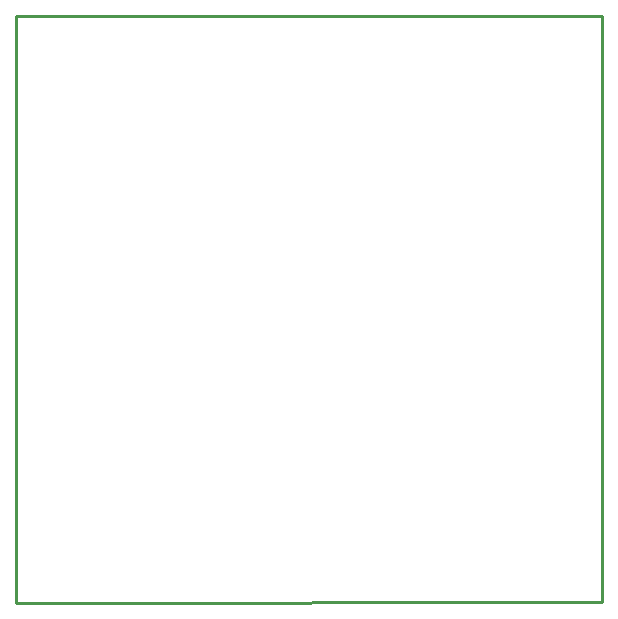
<source format=gbr>
%TF.GenerationSoftware,Altium Limited,Altium Designer,20.2.5 (213)*%
G04 Layer_Color=16711935*
%FSLAX44Y44*%
%MOMM*%
%TF.SameCoordinates,159794D8-7842-4491-B27A-FE66E37C9FAE*%
%TF.FilePolarity,Positive*%
%TF.FileFunction,Keep-out,Top*%
%TF.Part,Single*%
G01*
G75*
%TA.AperFunction,NonConductor*%
%ADD56C,0.2540*%
D56*
X327660Y925846D02*
X823774Y925813D01*
X823847Y430110D01*
X327660Y429068D02*
X823847Y430110D01*
X327660Y925846D02*
X327660Y429068D01*
%TF.MD5,96f3c0c564493b0136685ff93271bc1e*%
M02*

</source>
